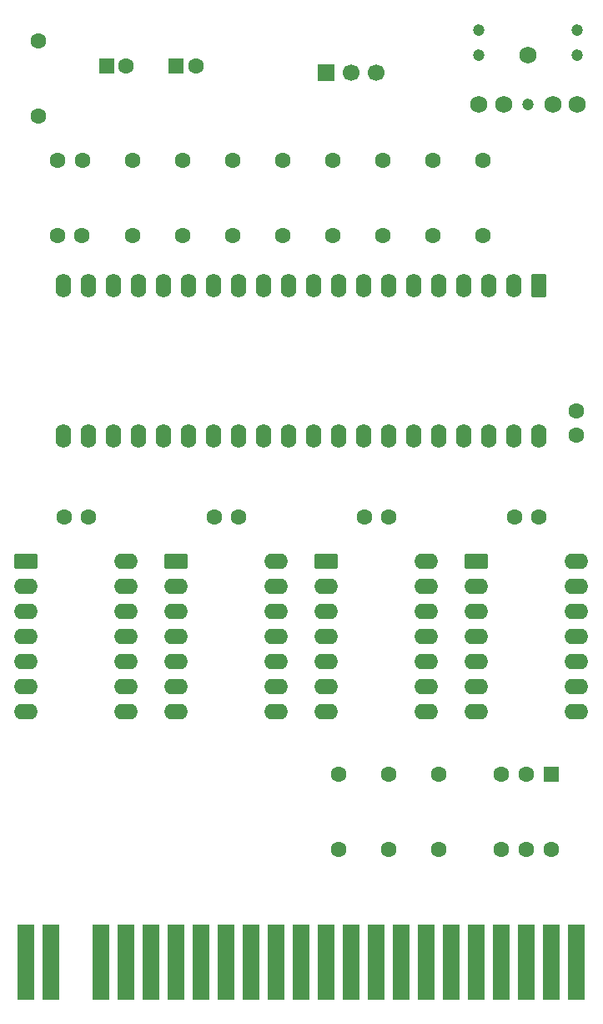
<source format=gbr>
%TF.GenerationSoftware,KiCad,Pcbnew,9.0.3*%
%TF.CreationDate,2025-08-12T14:11:43+01:00*%
%TF.ProjectId,MyZON-X,4d795a4f-4e2d-4582-9e6b-696361645f70,1.0*%
%TF.SameCoordinates,Original*%
%TF.FileFunction,Soldermask,Bot*%
%TF.FilePolarity,Negative*%
%FSLAX46Y46*%
G04 Gerber Fmt 4.6, Leading zero omitted, Abs format (unit mm)*
G04 Created by KiCad (PCBNEW 9.0.3) date 2025-08-12 14:11:43*
%MOMM*%
%LPD*%
G01*
G04 APERTURE LIST*
G04 Aperture macros list*
%AMRoundRect*
0 Rectangle with rounded corners*
0 $1 Rounding radius*
0 $2 $3 $4 $5 $6 $7 $8 $9 X,Y pos of 4 corners*
0 Add a 4 corners polygon primitive as box body*
4,1,4,$2,$3,$4,$5,$6,$7,$8,$9,$2,$3,0*
0 Add four circle primitives for the rounded corners*
1,1,$1+$1,$2,$3*
1,1,$1+$1,$4,$5*
1,1,$1+$1,$6,$7*
1,1,$1+$1,$8,$9*
0 Add four rect primitives between the rounded corners*
20,1,$1+$1,$2,$3,$4,$5,0*
20,1,$1+$1,$4,$5,$6,$7,0*
20,1,$1+$1,$6,$7,$8,$9,0*
20,1,$1+$1,$8,$9,$2,$3,0*%
G04 Aperture macros list end*
%ADD10C,1.600000*%
%ADD11RoundRect,0.250000X-0.550000X0.950000X-0.550000X-0.950000X0.550000X-0.950000X0.550000X0.950000X0*%
%ADD12O,1.600000X2.400000*%
%ADD13R,1.778000X7.620000*%
%ADD14RoundRect,0.250000X-0.550000X0.550000X-0.550000X-0.550000X0.550000X-0.550000X0.550000X0.550000X0*%
%ADD15R,1.700000X1.700000*%
%ADD16C,1.700000*%
%ADD17RoundRect,0.250000X-0.550000X-0.550000X0.550000X-0.550000X0.550000X0.550000X-0.550000X0.550000X0*%
%ADD18C,1.193800*%
%ADD19C,1.752600*%
%ADD20RoundRect,0.250000X-0.950000X-0.550000X0.950000X-0.550000X0.950000X0.550000X-0.950000X0.550000X0*%
%ADD21O,2.400000X1.600000*%
G04 APERTURE END LIST*
D10*
%TO.C,R12*%
X57150000Y-59055000D03*
X57150000Y-51435000D03*
%TD*%
%TO.C,C5*%
X59710000Y-99695000D03*
X62210000Y-99695000D03*
%TD*%
%TO.C,R4*%
X102235000Y-71120000D03*
X102235000Y-63500000D03*
%TD*%
D11*
%TO.C,U1*%
X107940000Y-76200000D03*
D12*
X105400000Y-76200000D03*
X102860000Y-76200000D03*
X100320000Y-76200000D03*
X97780000Y-76200000D03*
X95240000Y-76200000D03*
X92700000Y-76200000D03*
X90160000Y-76200000D03*
X87620000Y-76200000D03*
X85080000Y-76200000D03*
X82540000Y-76200000D03*
X80000000Y-76200000D03*
X77460000Y-76200000D03*
X74920000Y-76200000D03*
X72380000Y-76200000D03*
X69840000Y-76200000D03*
X67300000Y-76200000D03*
X64760000Y-76200000D03*
X62220000Y-76200000D03*
X59680000Y-76200000D03*
X59680000Y-91440000D03*
X62220000Y-91440000D03*
X64760000Y-91440000D03*
X67300000Y-91440000D03*
X69840000Y-91440000D03*
X72380000Y-91440000D03*
X74920000Y-91440000D03*
X77460000Y-91440000D03*
X80000000Y-91440000D03*
X82540000Y-91440000D03*
X85080000Y-91440000D03*
X87620000Y-91440000D03*
X90160000Y-91440000D03*
X92700000Y-91440000D03*
X95240000Y-91440000D03*
X97780000Y-91440000D03*
X100320000Y-91440000D03*
X102860000Y-91440000D03*
X105400000Y-91440000D03*
X107940000Y-91440000D03*
%TD*%
D10*
%TO.C,R11*%
X66675000Y-71120000D03*
X66675000Y-63500000D03*
%TD*%
%TO.C,C3*%
X59080000Y-63500000D03*
X61580000Y-63500000D03*
%TD*%
%TO.C,R3*%
X87555000Y-125730000D03*
X87555000Y-133350000D03*
%TD*%
%TO.C,C6*%
X74950000Y-99695000D03*
X77450000Y-99695000D03*
%TD*%
D13*
%TO.C,CO1*%
X55874982Y-144780000D03*
X58414982Y-144780000D03*
X63494982Y-144780000D03*
X66034982Y-144780000D03*
X68574982Y-144780000D03*
X71114982Y-144780000D03*
X73654982Y-144780000D03*
X76194982Y-144780000D03*
X78734982Y-144780000D03*
X81274982Y-144780000D03*
X83814982Y-144780000D03*
X86354982Y-144780000D03*
X88894982Y-144780000D03*
X91434982Y-144780000D03*
X93974982Y-144780000D03*
X96514982Y-144780000D03*
X99054982Y-144780000D03*
X101594982Y-144780000D03*
X104134982Y-144780000D03*
X106674982Y-144780000D03*
X109214982Y-144780000D03*
X111754982Y-144780000D03*
%TD*%
D10*
%TO.C,R1*%
X97785000Y-125730000D03*
X97785000Y-133350000D03*
%TD*%
D14*
%TO.C,SW1*%
X109220000Y-125730000D03*
D10*
X106680000Y-125730000D03*
X104140000Y-125730000D03*
X104140000Y-133350000D03*
X106680000Y-133350000D03*
X109220000Y-133350000D03*
%TD*%
%TO.C,R8*%
X81915000Y-63500000D03*
X81915000Y-71120000D03*
%TD*%
%TO.C,R2*%
X92705000Y-125730000D03*
X92705000Y-133350000D03*
%TD*%
D15*
%TO.C,CO3*%
X86355000Y-54610000D03*
D16*
X88895000Y-54610000D03*
X91435000Y-54610000D03*
%TD*%
D10*
%TO.C,C4*%
X59060000Y-71120000D03*
X61560000Y-71120000D03*
%TD*%
D17*
%TO.C,C2*%
X64035000Y-53975000D03*
D10*
X66035000Y-53975000D03*
%TD*%
%TO.C,R7*%
X86995000Y-63500000D03*
X86995000Y-71120000D03*
%TD*%
%TO.C,R5*%
X97155000Y-71120000D03*
X97155000Y-63500000D03*
%TD*%
D18*
%TO.C,CO2*%
X111845100Y-52840000D03*
X111845100Y-50340000D03*
X106845100Y-57840000D03*
X101845100Y-52840000D03*
X101845100Y-50340000D03*
D19*
X111845100Y-57840000D03*
X109345100Y-57840000D03*
X104345100Y-57840000D03*
X101845100Y-57840000D03*
X106845100Y-52840000D03*
%TD*%
D20*
%TO.C,U4*%
X86360000Y-104140000D03*
D21*
X86360000Y-106680000D03*
X86360000Y-109220000D03*
X86360000Y-111760000D03*
X86360000Y-114300000D03*
X86360000Y-116840000D03*
X86360000Y-119380000D03*
X96520000Y-119380000D03*
X96520000Y-116840000D03*
X96520000Y-114300000D03*
X96520000Y-111760000D03*
X96520000Y-109220000D03*
X96520000Y-106680000D03*
X96520000Y-104140000D03*
%TD*%
D20*
%TO.C,U5*%
X101600000Y-104140000D03*
D21*
X101600000Y-106680000D03*
X101600000Y-109220000D03*
X101600000Y-111760000D03*
X101600000Y-114300000D03*
X101600000Y-116840000D03*
X101600000Y-119380000D03*
X111760000Y-119380000D03*
X111760000Y-116840000D03*
X111760000Y-114300000D03*
X111760000Y-111760000D03*
X111760000Y-109220000D03*
X111760000Y-106680000D03*
X111760000Y-104140000D03*
%TD*%
D17*
%TO.C,C1*%
X71115000Y-53975000D03*
D10*
X73115000Y-53975000D03*
%TD*%
%TO.C,R6*%
X92075000Y-63500000D03*
X92075000Y-71120000D03*
%TD*%
%TO.C,C9*%
X111755000Y-88900000D03*
X111755000Y-91400000D03*
%TD*%
D20*
%TO.C,U3*%
X71120000Y-104140000D03*
D21*
X71120000Y-106680000D03*
X71120000Y-109220000D03*
X71120000Y-111760000D03*
X71120000Y-114300000D03*
X71120000Y-116840000D03*
X71120000Y-119380000D03*
X81280000Y-119380000D03*
X81280000Y-116840000D03*
X81280000Y-114300000D03*
X81280000Y-111760000D03*
X81280000Y-109220000D03*
X81280000Y-106680000D03*
X81280000Y-104140000D03*
%TD*%
D20*
%TO.C,U2*%
X55880000Y-104140000D03*
D21*
X55880000Y-106680000D03*
X55880000Y-109220000D03*
X55880000Y-111760000D03*
X55880000Y-114300000D03*
X55880000Y-116840000D03*
X55880000Y-119380000D03*
X66040000Y-119380000D03*
X66040000Y-116840000D03*
X66040000Y-114300000D03*
X66040000Y-111760000D03*
X66040000Y-109220000D03*
X66040000Y-106680000D03*
X66040000Y-104140000D03*
%TD*%
D10*
%TO.C,R10*%
X71755000Y-63500000D03*
X71755000Y-71120000D03*
%TD*%
%TO.C,C7*%
X90190000Y-99695000D03*
X92690000Y-99695000D03*
%TD*%
%TO.C,C8*%
X107930000Y-99695000D03*
X105430000Y-99695000D03*
%TD*%
%TO.C,R9*%
X76835000Y-63500000D03*
X76835000Y-71120000D03*
%TD*%
M02*

</source>
